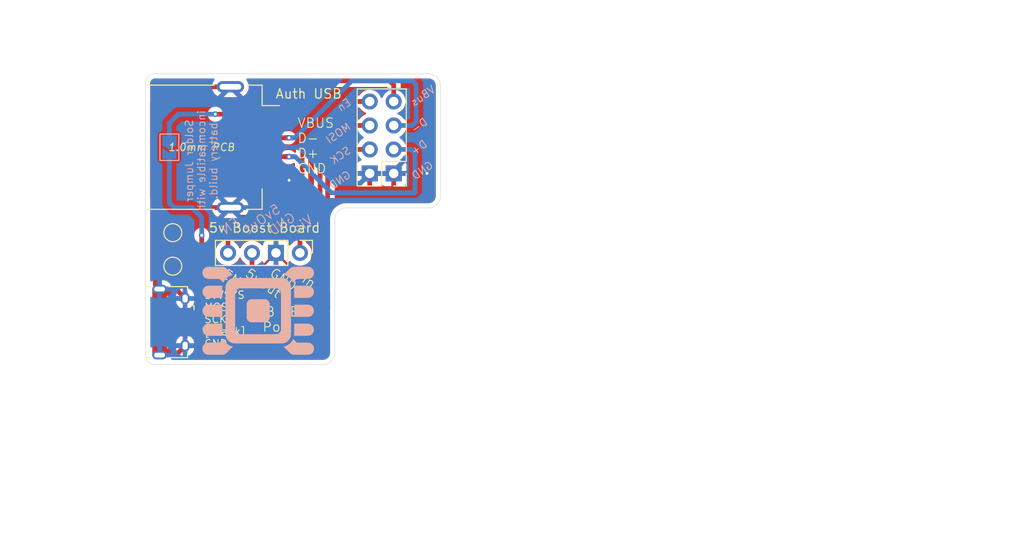
<source format=kicad_pcb>
(kicad_pcb (version 20240108) (generator "pcbnew") (generator_version "8.0")
  (layers (0 "F.Cu" signal) (31 "B.Cu" signal) (34 "B.Paste" user) (35 "F.Paste" user) (36 "B.SilkS" user "B.Silkscreen") (37 "F.SilkS" user "F.Silkscreen") (38 "B.Mask" user) (39 "F.Mask" user) (44 "Edge.Cuts" user))
  (net 0 "")
  (net 1 "GND")
  (net 2 "D+")
  (net 3 "D-")
  (net 4 "VBUS")
  (net 5 "5V")
  (net 6 "EN")
  (net 7 "MOSI")
  (net 8 "SCK")
  (footprint "CustomFootprints:USB_A_Receptacle_GCT_USB1046_Model" (layer "F.Cu") (at 142.875 93.725 -90)
    (property "Reference" "Auth1" (hide yes))
    (property "Value" "USB_A")
    (fp_line (start -6.58 -1.84) (end -6.58 5.25) (stroke (width 0.12)) (layer "F.SilkS"))
    (fp_line (start 6.58 -1.84) (end 6.58 5.25) (stroke (width 0.12)) (layer "F.SilkS"))
    (fp_line (start -6.58 -6.91) (end -6.58 -5.26) (stroke (width 0.12)) (layer "F.SilkS"))
    (fp_line (start -4.41 -6.91) (end -6.58 -6.91) (stroke (width 0.12)) (layer "F.SilkS"))
    (fp_line (start -4.41 -6.91) (end -4.41 -8.75) (stroke (width 0.12)) (layer "F.SilkS"))
    (fp_line (start 4.41 -6.91) (end 6.58 -6.91) (stroke (width 0.12)) (layer "F.SilkS"))
    (fp_line (start 6.58 -6.91) (end 6.58 -5.26) (stroke (width 0.12)) (layer "F.SilkS"))
    (pad "1" smd roundrect (at -3.5 -7.25 270) (size 1.3 3) (layers "F.Cu" "F.Paste" "F.Mask") (net 4 "VBUS"))
    (pad "2" smd roundrect (at -1 -7.25 270) (size 1.3 3) (layers "F.Cu" "F.Paste" "F.Mask") (net 3 "D-"))
    (pad "3" smd roundrect (at 1 -7.25 270) (size 1.3 3) (layers "F.Cu" "F.Paste" "F.Mask") (net 2 "D+"))
    (pad "4" smd roundrect (at 3.5 -7.25 270) (size 1.3 3) (layers "F.Cu" "F.Paste" "F.Mask") (net 1 "GND"))
    (pad "5" thru_hole oval (at -6.4 -3.55 270) (size 1.2 2.9) (drill oval 0.6 2.3) (layers "*.Cu" "*.Mask") (net 1 "GND"))
    (pad "5" thru_hole oval (at 6.4 -3.55 270) (size 1.2 2.9) (drill oval 0.6 2.3) (layers "*.Cu" "*.Mask") (net 1 "GND"))
  )
  (footprint "TestPoint:TestPoint_Pad_D1.5mm" (layer "F.Cu") (at 140.325 106.325 180)
    (property "Reference" "TP1" (hide yes))
    (property "Value" "TestPoint")
    (fp_circle (center 0 0) (end 0 0.95) (stroke (width 0.12)) (fill none) (layer "F.SilkS"))
    (pad "1" smd circle (at 0 0 180) (size 1.5 1.5) (property pad_prop_testpoint) (layers "F.Cu" "F.Mask") (net 5 "5V"))
  )
  (footprint "Connector_PinHeader_2.54mm:PinHeader_1x04_P2.54mm_Vertical" (layer "F.Cu") (at 153.79 104.92 -90)
    (property "Reference" "J2" (hide yes))
    (property "Value" "Conn_01x04_Pin")
    (fp_line (start -1.33 8.95) (end 1.33 8.95) (stroke (width 0.12)) (layer "F.SilkS"))
    (fp_line (start -1.33 1.27) (end -1.33 8.95) (stroke (width 0.12)) (layer "F.SilkS"))
    (fp_line (start -1.33 1.27) (end 1.33 1.27) (stroke (width 0.12)) (layer "F.SilkS"))
    (fp_line (start 1.33 1.27) (end 1.33 8.95) (stroke (width 0.12)) (layer "F.SilkS"))
    (fp_line (start -1.33 0) (end -1.33 -1.33) (stroke (width 0.12)) (layer "F.SilkS"))
    (fp_line (start -1.33 -1.33) (end 0 -1.33) (stroke (width 0.12)) (layer "F.SilkS"))
    (pad "1" thru_hole circle (at 0 0 270) (size 1.7 1.7) (drill 1) (layers "*.Cu" "*.Mask") (net 6 "EN"))
    (pad "2" thru_hole rect (at 0 2.54 270) (size 1.7 1.7) (drill 1) (layers "*.Cu" "*.Mask") (net 1 "GND"))
    (pad "3" thru_hole oval (at 0 5.08 270) (size 1.7 1.7) (drill 1) (layers "*.Cu" "*.Mask") (net 5 "5V"))
    (pad "4" thru_hole oval (at 0 7.62 270) (size 1.7 1.7) (drill 1) (layers "*.Cu" "*.Mask") (net 6 "EN"))
  )
  (footprint "TestPoint:TestPoint_Pad_D1.5mm" (layer "F.Cu") (at 140.325 102.775 180)
    (property "Reference" "TP2" (hide yes))
    (property "Value" "TestPoint")
    (fp_circle (center 0 0) (end 0 0.95) (stroke (width 0.12)) (fill none) (layer "F.SilkS"))
    (pad "1" smd circle (at 0 0 180) (size 1.5 1.5) (property pad_prop_testpoint) (layers "F.Cu" "F.Mask") (net 1 "GND"))
  )
  (footprint "CustomFootprints:USB_Micro-B_Amphenol_10118194-0001LF_Horizontal_Model" (layer "F.Cu") (at 140.225 112.25 -90)
    (property "Reference" "LED1" (hide yes))
    (property "Value" "USB_B_Micro")
    (fp_line (start -3.76 2.69) (end -3.76 2.29) (stroke (width 0.12)) (layer "F.SilkS"))
    (fp_line (start 3.76 2.29) (end 3.76 2.69) (stroke (width 0.12)) (layer "F.SilkS"))
    (fp_line (start -3.76 0.32) (end -3.76 -1.66) (stroke (width 0.12)) (layer "F.SilkS"))
    (fp_line (start 3.76 0.32) (end 3.76 -1.66) (stroke (width 0.12)) (layer "F.SilkS"))
    (fp_line (start -3.76 -1.66) (end -3.34 -1.66) (stroke (width 0.12)) (layer "F.SilkS"))
    (fp_line (start 3.76 -1.66) (end 3.34 -1.66) (stroke (width 0.12)) (layer "F.SilkS"))
    (fp_line (start -1.76 -1.89) (end -1.76 -2.34) (stroke (width 0.12)) (layer "F.SilkS"))
    (fp_line (start -1.31 -2.34) (end -1.76 -2.34) (stroke (width 0.12)) (layer "F.SilkS"))
    (pad "1" smd roundrect (at -1.3 -1.4 270) (size 0.4 1.35) (layers "F.Cu" "F.Paste" "F.Mask") (net 5 "5V"))
    (pad "2" smd roundrect (at -0.65 -1.4 270) (size 0.4 1.35) (layers "F.Cu" "F.Paste" "F.Mask") (net 7 "MOSI"))
    (pad "3" smd roundrect (at 0 -1.4 270) (size 0.4 1.35) (layers "F.Cu" "F.Paste" "F.Mask") (net 8 "SCK"))
    (pad "4" smd roundrect (at 0.65 -1.4 270) (size 0.4 1.35) (layers "F.Cu" "F.Paste" "F.Mask"))
    (pad "5" smd roundrect (at 1.3 -1.4 270) (size 0.4 1.35) (layers "F.Cu" "F.Paste" "F.Mask") (net 1 "GND"))
    (pad "6" thru_hole oval (at -3.5 1.3 270) (size 0.89 1.55) (drill oval 0.5 1.15) (layers "*.Cu" "*.Mask") (net 1 "GND"))
    (pad "6" smd roundrect (at -3.025 1.3 270) (size 1.45 1.55) (layers "F.Cu" "F.Paste" "F.Mask") (roundrect_rratio 0.1724137931) (net 1 "GND"))
    (pad "6" thru_hole oval (at -2.5 -1.4 270) (size 1.25 0.95) (drill oval 0.85 0.55) (layers "*.Cu" "*.Mask") (net 1 "GND"))
    (pad "6" smd roundrect (at -1 1.3 270) (size 1.5 1.55) (layers "F.Cu" "F.Paste" "F.Mask") (roundrect_rratio 0.1666666667) (net 1 "GND"))
    (pad "6" smd roundrect (at 1 1.3 270) (size 1.5 1.55) (layers "F.Cu" "F.Paste" "F.Mask") (roundrect_rratio 0.1666666667) (net 1 "GND"))
    (pad "6" thru_hole oval (at 2.5 -1.4 270) (size 1.25 0.95) (drill oval 0.85 0.55) (layers "*.Cu" "*.Mask") (net 1 "GND"))
    (pad "6" smd roundrect (at 3.025 1.3 270) (size 1.45 1.55) (layers "F.Cu" "F.Paste" "F.Mask") (roundrect_rratio 0.1724137931) (net 1 "GND"))
    (pad "6" thru_hole oval (at 3.5 1.3 270) (size 0.89 1.55) (drill oval 0.5 1.15) (layers "*.Cu" "*.Mask") (net 1 "GND"))
  )
  (footprint "CustomFootprints:PinHeader_2x04_P2.54mm_Vertical_Inverted" (layer "F.Cu") (at 163.725 96.5 180)
    (property "Reference" "J1" (hide yes))
    (property "Value" "Conn_02x04_Pin")
    (fp_line (start 3.87 -1.33) (end 3.87 8.95) (stroke (width 0.12)) (layer "F.SilkS"))
    (fp_line (start 1.27 1.27) (end 1.27 -1.33) (stroke (width 0.12)) (layer "F.SilkS"))
    (fp_line (start 1.27 -1.33) (end 3.87 -1.33) (stroke (width 0.12)) (layer "F.SilkS"))
    (fp_line (start -1.33 8.95) (end 3.87 8.95) (stroke (width 0.12)) (layer "F.SilkS"))
    (fp_line (start -1.33 1.27) (end 1.27 1.27) (stroke (width 0.12)) (layer "F.SilkS"))
    (fp_line (start -1.33 1.27) (end -1.33 8.95) (stroke (width 0.12)) (layer "F.SilkS"))
    (fp_line (start -1.33 0) (end -1.33 -1.33) (stroke (width 0.12)) (layer "F.SilkS"))
    (fp_line (start -1.33 -1.33) (end 0 -1.33) (stroke (width 0.12)) (layer "F.SilkS"))
    (pad "1" thru_hole rect (at 0 0 180) (size 1.7 1.7) (drill 1) (layers "*.Cu" "*.Mask") (net 1 "GND"))
    (pad "2" thru_hole oval (at 0 2.54 180) (size 1.7 1.7) (drill 1) (layers "*.Cu" "*.Mask") (net 2 "D+"))
    (pad "3" thru_hole oval (at 0 5.08 180) (size 1.7 1.7) (drill 1) (layers "*.Cu" "*.Mask") (net 3 "D-"))
    (pad "4" thru_hole oval (at 0 7.62 180) (size 1.7 1.7) (drill 1) (layers "*.Cu" "*.Mask") (net 4 "VBUS"))
    (pad "5" thru_hole rect (at 2.54 0 180) (size 1.7 1.7) (drill 1) (layers "*.Cu" "*.Mask") (net 1 "GND"))
    (pad "6" thru_hole oval (at 2.54 2.54 180) (size 1.7 1.7) (drill 1) (layers "*.Cu" "*.Mask") (net 8 "SCK"))
    (pad "7" thru_hole oval (at 2.54 5.08 180) (size 1.7 1.7) (drill 1) (layers "*.Cu" "*.Mask") (net 7 "MOSI"))
    (pad "8" thru_hole oval (at 2.54 7.62 180) (size 1.7 1.7) (drill 1) (layers "*.Cu" "*.Mask") (net 6 "EN"))
  )
  (footprint "Jumper:SolderJumper-2_P1.3mm_Open_TrianglePad1.0x1.5mm" (layer "B.Cu") (at 139.96 93.725 -90)
    (property "Reference" "JP1" (hide yes))
    (property "Value" "Jumper_2_Small_Open")
    (fp_line (start -1.4 1) (end -1.4 -1) (stroke (width 0.12)) (layer "B.SilkS"))
    (fp_line (start 1.4 1) (end -1.4 1) (stroke (width 0.12)) (layer "B.SilkS"))
    (fp_line (start -1.4 -1) (end 1.4 -1) (stroke (width 0.12)) (layer "B.SilkS"))
    (fp_line (start 1.4 -1) (end 1.4 1) (stroke (width 0.12)) (layer "B.SilkS"))
    (pad "1" smd custom (at -0.725 0 270) (size 0.3 0.3) (layers "B.Cu" "B.Mask") (net 4 "VBUS") (options (clearance outline) (anchor rect)) (primitives (gr_poly (pts (xy 1 0) (xy 0.5 -0.75) (xy -0.5 -0.75) (xy -0.5 0.75) (xy 0.5 0.75)) (width 0) (fill yes))))
    (pad "2" smd custom (at 0.725 0 270) (size 0.3 0.3) (layers "B.Cu" "B.Mask") (net 5 "5V") (options (clearance outline) (anchor rect)) (primitives (gr_poly (pts (xy 0.5 -0.75) (xy -0.65 -0.75) (xy -0.15 0) (xy -0.65 0.75) (xy 0.5 0.75)) (width 0) (fill yes))))
  )
  (footprint "LOGO" (layer "B.Cu") (at 149.37 111.05 180)
    (property "Reference" "G***" (hide yes))
    (property "Value" "LOGO" (hide yes))
    (fp_poly (pts (xy 0.849919 1.198831) (xy 0.949179 1.151272) (xy 1.033943 1.09139) (xy 1.104403 1.018987) (xy 1.160753 0.933868) (xy 1.201999 0.839289) (xy 1.223809 0.776191) (xy 1.223809 0) (xy 1.223809 -0.77619) (xy 1.201999 -0.839288) (xy 1.159111 -0.936889) (xy 1.102298 -1.021585) (xy 1.031367 -1.09357) (xy 0.946127 -1.153041) (xy 0.849919 -1.19883) (xy 0.785714 -1.223809) (xy 0.023809 -1.225309) (xy -0.095924 -1.225447) (xy -0.210819 -1.225392) (xy -0.319351 -1.225155) (xy -0.42 -1.224748) (xy -0.511244 -1.224183) (xy -0.591559 -1.223473) (xy -0.659425 -1.222628) (xy -0.713318 -1.221662) (xy -0.751718 -1.220586) (xy -0.773101 -1.219412) (xy -0.776191 -1.219) (xy -0.874075 -1.189518) (xy -0.963646 -1.143635) (xy -1.043309 -1.082774) (xy -1.111468 -1.008358) (xy -1.166526 -0.92181) (xy -1.202 -0.839288) (xy -1.22381 -0.77619) (xy -1.22381 0) (xy -1.22381 0.776191) (xy -1.202 0.839289) (xy -1.159112 0.93689) (xy -1.102299 1.021586) (xy -1.031368 1.093571) (xy -0.946128 1.153042) (xy -0.84992 1.198831) (xy -0.785715 1.22381) (xy 0 1.22381) (xy 0.785714 1.22381)) (fill solid) (layer "B.SilkS"))
    (fp_poly (pts (xy -3.809524 0) (xy -3.809524 -0.647619) (xy -4.569048 -0.646842) (xy -4.711865 -0.646647) (xy -4.836904 -0.646357) (xy -4.945435 -0.64595) (xy -5.038727 -0.645402) (xy -5.118049 -0.644692) (xy -5.18467 -0.643795) (xy -5.239862 -0.64269) (xy -5.284891 -0.641353) (xy -5.32103 -0.639762) (xy -5.349546 -0.637894) (xy -5.371709 -0.635725) (xy -5.388788 -0.633234) (xy -5.395239 -0.631983) (xy -5.487042 -0.603989) (xy -5.576958 -0.560473) (xy -5.660386 -0.504337) (xy -5.732725 -0.438481) (xy -5.767545 -0.397294) (xy -5.827114 -0.303737) (xy -5.869732 -0.20385) (xy -5.895157 -0.099744) (xy -5.903152 0.006474) (xy -5.893476 0.112693) (xy -5.86589 0.216804) (xy -5.843451 0.271429) (xy -5.788705 0.368054) (xy -5.720615 0.451162) (xy -5.63879 0.521151) (xy -5.542835 0.578419) (xy -5.538096 0.580744) (xy -5.514113 0.592341) (xy -5.492015 0.602513) (xy -5.470441 0.611354) (xy -5.448029 0.618957) (xy -5.423415 0.625415) (xy -5.395239 0.630822) (xy -5.362137 0.635272) (xy -5.322748 0.638857) (xy -5.275708 0.641671) (xy -5.219657 0.643807) (xy -5.153232 0.645359) (xy -5.07507 0.646419) (xy -4.983809 0.647083) (xy -4.878088 0.647441) (xy -4.756543 0.647589) (xy -4.617813 0.647619) (xy -4.562307 0.64762) (xy -3.809524 0.64762)) (fill solid) (layer "B.SilkS"))
    (fp_poly (pts (xy 4.703356 0.64761) (xy 4.831477 0.647518) (xy 4.943265 0.647252) (xy 5.040077 0.646719) (xy 5.12327 0.645827) (xy 5.1942 0.644483) (xy 5.254225 0.642594) (xy 5.304703 0.640068) (xy 5.346989 0.636813) (xy 5.382442 0.632735) (xy 5.412419 0.627743) (xy 5.438275 0.621744) (xy 5.46137 0.614644) (xy 5.483059 0.606352) (xy 5.5047 0.596776) (xy 5.527649 0.585821) (xy 5.538095 0.580744) (xy 5.634286 0.524604) (xy 5.71542 0.456973) (xy 5.767544 0.397295) (xy 5.827589 0.303047) (xy 5.870189 0.203095) (xy 5.895342 0.099377) (xy 5.903048 -0.006167) (xy 5.893308 -0.111598) (xy 5.866121 -0.214977) (xy 5.821488 -0.314364) (xy 5.767544 -0.397294) (xy 5.697706 -0.473896) (xy 5.613067 -0.538805) (xy 5.538095 -0.580743) (xy 5.514182 -0.592308) (xy 5.492152 -0.602457) (xy 5.470649 -0.611282) (xy 5.448316 -0.618875) (xy 5.423795 -0.625329) (xy 5.395729 -0.630737) (xy 5.362761 -0.635191) (xy 5.323535 -0.638783) (xy 5.276692 -0.641606) (xy 5.220877 -0.643753) (xy 5.154731 -0.645317) (xy 5.076898 -0.646389) (xy 4.98602 -0.647063) (xy 4.880741 -0.647431) (xy 4.759703 -0.647585) (xy 4.62155 -0.647618) (xy 4.557544 -0.647619) (xy 3.799999 -0.647619) (xy 3.799999 0) (xy 3.799999 0.64762) (xy 4.557544 0.64762)) (fill solid) (layer "B.SilkS"))
    (fp_poly (pts (xy -3.809457 -1.945238) (xy -3.809346 -2.050999) (xy -3.80905 -2.152696) (xy -3.808587 -2.248451) (xy -3.807975 -2.336387) (xy -3.807231 -2.414626) (xy -3.806374 -2.481292) (xy -3.80542 -2.534507) (xy -3.804389 -2.572394) (xy -3.803318 -2.592857) (xy -3.797246 -2.657142) (xy -4.562909 -2.656366) (xy -4.7063 -2.656172) (xy -4.831906 -2.655884) (xy -4.940994 -2.655481) (xy -5.034825 -2.654939) (xy -5.114664 -2.654236) (xy -5.181774 -2.65335) (xy -5.237421 -2.652257) (xy -5.282866 -2.650935) (xy -5.319375 -2.649362) (xy -5.348211 -2.647515) (xy -5.370638 -2.645372) (xy -5.38792 -2.64291) (xy -5.395239 -2.641507) (xy -5.487042 -2.613512) (xy -5.576958 -2.569997) (xy -5.660386 -2.513861) (xy -5.732725 -2.448005) (xy -5.767545 -2.406817) (xy -5.82759 -2.31257) (xy -5.87019 -2.212618) (xy -5.895343 -2.1089) (xy -5.903049 -2.003356) (xy -5.893309 -1.897925) (xy -5.866122 -1.794546) (xy -5.821489 -1.695159) (xy -5.767545 -1.612229) (xy -5.697707 -1.535626) (xy -5.613068 -1.470717) (xy -5.538096 -1.42878) (xy -5.514113 -1.417183) (xy -5.492015 -1.407011) (xy -5.470441 -1.39817) (xy -5.448029 -1.390567) (xy -5.423415 -1.384109) (xy -5.395239 -1.378701) (xy -5.362137 -1.374252) (xy -5.322748 -1.370667) (xy -5.275708 -1.367853) (xy -5.219657 -1.365717) (xy -5.153232 -1.364165) (xy -5.07507 -1.363104) (xy -4.983809 -1.362441) (xy -4.878088 -1.362082) (xy -4.756543 -1.361935) (xy -4.617813 -1.361904) (xy -4.562307 -1.361904) (xy -3.809524 -1.361904)) (fill solid) (layer "B.SilkS"))
    (fp_poly (pts (xy -3.803406 2.598603) (xy -3.804498 2.578698) (xy -3.805527 2.541588) (xy -3.806477 2.489116) (xy -3.807329 2.423126) (xy -3.808067 2.345461) (xy -3.808673 2.257964) (xy -3.809129 2.162477) (xy -3.809419 2.060844) (xy -3.809524 1.954908) (xy -3.809524 1.950984) (xy -3.809524 1.361905) (xy -4.569048 1.362682) (xy -4.711865 1.362877) (xy -4.836904 1.363167) (xy -4.945435 1.363574) (xy -5.038727 1.364121) (xy -5.118049 1.364832) (xy -5.18467 1.365728) (xy -5.239862 1.366834) (xy -5.284891 1.36817) (xy -5.32103 1.369762) (xy -5.349546 1.37163) (xy -5.371709 1.373799) (xy -5.388788 1.37629) (xy -5.395239 1.377541) (xy -5.487042 1.405535) (xy -5.576958 1.449051) (xy -5.660386 1.505187) (xy -5.732725 1.571043) (xy -5.767545 1.61223) (xy -5.82759 1.706478) (xy -5.87019 1.80643) (xy -5.895343 1.910148) (xy -5.903049 2.015692) (xy -5.893309 2.121123) (xy -5.866122 2.224501) (xy -5.821489 2.323889) (xy -5.767545 2.406818) (xy -5.697707 2.483421) (xy -5.613068 2.54833) (xy -5.538096 2.590268) (xy -5.514202 2.601824) (xy -5.492192 2.611967) (xy -5.470709 2.620787) (xy -5.448398 2.628377) (xy -5.423903 2.63483) (xy -5.395869 2.640238) (xy -5.362939 2.644693) (xy -5.323759 2.648287) (xy -5.276972 2.651113) (xy -5.221223 2.653263) (xy -5.155157 2.65483) (xy -5.077416 2.655906) (xy -4.986647 2.656583) (xy -4.881493 2.656953) (xy -4.760599 2.657109) (xy -4.622609 2.657143) (xy -4.556188 2.657143) (xy -3.797287 2.657143)) (fill solid) (layer "B.SilkS"))
    (fp_poly (pts (xy 4.703356 -1.361914) (xy 4.831477 -1.362006) (xy 4.943265 -1.362272) (xy 5.040077 -1.362805) (xy 5.12327 -1.363697) (xy 5.1942 -1.365041) (xy 5.254225 -1.36693) (xy 5.304703 -1.369456) (xy 5.346989 -1.372711) (xy 5.382442 -1.376788) (xy 5.412419 -1.381781) (xy 5.438275 -1.38778) (xy 5.46137 -1.39488) (xy 5.483059 -1.403171) (xy 5.5047 -1.412748) (xy 5.527649 -1.423702) (xy 5.538095 -1.42878) (xy 5.634706 -1.485475) (xy 5.71717 -1.554873) (xy 5.78588 -1.637371) (xy 5.841229 -1.733368) (xy 5.84345 -1.738095) (xy 5.880811 -1.840189) (xy 5.900133 -1.945532) (xy 5.901655 -2.052012) (xy 5.885617 -2.157521) (xy 5.852257 -2.25995) (xy 5.801816 -2.357188) (xy 5.767544 -2.406817) (xy 5.697706 -2.48342) (xy 5.613067 -2.548329) (xy 5.538095 -2.590267) (xy 5.514271 -2.601793) (xy 5.492328 -2.611912) (xy 5.470916 -2.620716) (xy 5.448683 -2.628296) (xy 5.42428 -2.634745) (xy 5.396355 -2.640152) (xy 5.363559 -2.644611) (xy 5.32454 -2.648213) (xy 5.277948 -2.651048) (xy 5.222432 -2.65321) (xy 5.156642 -2.654788) (xy 5.079228 -2.655875) (xy 4.988838 -2.656563) (xy 4.884122 -2.656942) (xy 4.76373 -2.657105) (xy 4.626311 -2.657142) (xy 4.551405 -2.657142) (xy 3.787721 -2.657142) (xy 3.793793 -2.592857) (xy 3.794884 -2.571835) (xy 3.795914 -2.533644) (xy 3.796866 -2.480159) (xy 3.797721 -2.413259) (xy 3.798463 -2.33482) (xy 3.799072 -2.246721) (xy 3.799532 -2.150837) (xy 3.799825 -2.049047) (xy 3.799932 -1.945238) (xy 3.799999 -1.361904) (xy 4.557544 -1.361904)) (fill solid) (layer "B.SilkS"))
    (fp_poly (pts (xy 4.697791 2.657134) (xy 4.826459 2.657045) (xy 4.938781 2.656785) (xy 5.036107 2.656262) (xy 5.119788 2.655384) (xy 5.191174 2.654061) (xy 5.251616 2.6522) (xy 5.302465 2.64971) (xy 5.345071 2.6465) (xy 5.380784 2.642478) (xy 5.410956 2.637552) (xy 5.436937 2.631631) (xy 5.460078 2.624623) (xy 5.481728 2.616437) (xy 5.50324 2.606981) (xy 5.525962 2.596164) (xy 5.538095 2.590268) (xy 5.634286 2.534127) (xy 5.71542 2.466497) (xy 5.767544 2.406818) (xy 5.827589 2.312571) (xy 5.870189 2.212619) (xy 5.895342 2.108901) (xy 5.903048 2.003357) (xy 5.893308 1.897926) (xy 5.866121 1.794547) (xy 5.821488 1.69516) (xy 5.767544 1.61223) (xy 5.697706 1.535627) (xy 5.613067 1.470718) (xy 5.538095 1.428781) (xy 5.514182 1.417215) (xy 5.492152 1.407066) (xy 5.470649 1.398242) (xy 5.448316 1.390649) (xy 5.423795 1.384194) (xy 5.395729 1.378787) (xy 5.362761 1.374333) (xy 5.323535 1.370741) (xy 5.276692 1.367918) (xy 5.220877 1.36577) (xy 5.154731 1.364207) (xy 5.076898 1.363134) (xy 4.98602 1.362461) (xy 4.880741 1.362093) (xy 4.759703 1.361939) (xy 4.62155 1.361905) (xy 4.557544 1.361905) (xy 3.799999 1.361905) (xy 3.799999 1.950984) (xy 3.799901 2.057043) (xy 3.799618 2.158865) (xy 3.799167 2.254608) (xy 3.798567 2.34243) (xy 3.797833 2.420486) (xy 3.796985 2.486935) (xy 3.796038 2.539932) (xy 3.795011 2.577635) (xy 3.793922 2.598201) (xy 3.793881 2.598603) (xy 3.787762 2.657143) (xy 4.551425 2.657143)) (fill solid) (layer "B.SilkS"))
    (fp_poly (pts (xy 4.989171 4.665544) (xy 5.071143 4.665331) (xy 5.140522 4.664904) (xy 5.198596 4.664245) (xy 5.246657 4.663336) (xy 5.285995 4.662158) (xy 5.3179 4.660693) (xy 5.343664 4.658922) (xy 5.364576 4.656827) (xy 5.381928 4.654389) (xy 5.395086 4.651984) (xy 5.498832 4.621655) (xy 5.594751 4.575087) (xy 5.681156 4.513958) (xy 5.756361 4.439945) (xy 5.818679 4.354724) (xy 5.866425 4.259975) (xy 5.897912 4.157374) (xy 5.89937 4.150402) (xy 5.912651 4.039563) (xy 5.907032 3.93103) (xy 5.882541 3.825021) (xy 5.84741 3.738096) (xy 5.790714 3.641485) (xy 5.721317 3.559021) (xy 5.638818 3.490311) (xy 5.542821 3.434962) (xy 5.538095 3.43274) (xy 5.512745 3.421134) (xy 5.489038 3.411093) (xy 5.465442 3.402504) (xy 5.440422 3.395253) (xy 5.412442 3.389227) (xy 5.37997 3.384313) (xy 5.341471 3.380397) (xy 5.295411 3.377367) (xy 5.240255 3.375109) (xy 5.17447 3.37351) (xy 5.09652 3.372456) (xy 5.004873 3.371835) (xy 4.897993 3.371532) (xy 4.774347 3.371436) (xy 4.707627 3.371429) (xy 4.090642 3.371429) (xy 3.895321 3.176301) (xy 3.699999 2.981172) (xy 3.664838 3.055803) (xy 3.606054 3.163427) (xy 3.532236 3.270755) (xy 3.446938 3.373348) (xy 3.353719 3.466772) (xy 3.295403 3.516627) (xy 3.166403 3.607706) (xy 3.027299 3.682766) (xy 2.878854 3.741431) (xy 2.781126 3.769742) (xy 2.676111 3.796131) (xy 3.04996 4.167224) (xy 3.136196 4.252717) (xy 3.210355 4.325846) (xy 3.273812 4.387735) (xy 3.327941 4.439506) (xy 3.374117 4.482282) (xy 3.413714 4.517185) (xy 3.448108 4.545339) (xy 3.478672 4.567866) (xy 3.506781 4.585889) (xy 3.533809 4.600531) (xy 3.561132 4.612914) (xy 3.590123 4.624161) (xy 3.622157 4.635395) (xy 3.623809 4.635958) (xy 3.699999 4.661905) (xy 4.509523 4.664631) (xy 4.65478 4.665087) (xy 4.782279 4.665404) (xy 4.893313 4.665563)) (fill solid) (layer "B.SilkS"))
    (fp_poly (pts (xy 3.894134 -3.175088) (xy 4.090642 -3.371428) (xy 4.707627 -3.371428) (xy 4.840223 -3.37146) (xy 4.955309 -3.371639) (xy 5.05442 -3.372087) (xy 5.139095 -3.372925) (xy 5.210869 -3.374277) (xy 5.271279 -3.376265) (xy 5.321862 -3.379011) (xy 5.364155 -3.382637) (xy 5.399695 -3.387266) (xy 5.430018 -3.393021) (xy 5.456662 -3.400023) (xy 5.481162 -3.408395) (xy 5.505056 -3.418259) (xy 5.529881 -3.429737) (xy 5.547619 -3.438304) (xy 5.643809 -3.494444) (xy 5.724944 -3.562075) (xy 5.777068 -3.621753) (xy 5.837113 -3.716) (xy 5.879713 -3.815953) (xy 5.904865 -3.91967) (xy 5.912572 -4.025215) (xy 5.902832 -4.130646) (xy 5.875645 -4.234024) (xy 5.831012 -4.333411) (xy 5.777068 -4.416341) (xy 5.70723 -4.492944) (xy 5.622591 -4.557853) (xy 5.547619 -4.59979) (xy 5.524121 -4.611174) (xy 5.502508 -4.621188) (xy 5.481455 -4.629918) (xy 5.459635 -4.637451) (xy 5.435725 -4.643874) (xy 5.408398 -4.649273) (xy 5.376329 -4.653735) (xy 5.338193 -4.657347) (xy 5.292665 -4.660195) (xy 5.23842 -4.662366) (xy 5.174131 -4.663946) (xy 5.098474 -4.665023) (xy 5.010124 -4.665682) (xy 4.907755 -4.66601) (xy 4.790042 -4.666095) (xy 4.65566 -4.666022) (xy 4.536115 -4.665909) (xy 4.38693 -4.665703) (xy 4.255686 -4.665377) (xy 4.14128 -4.664914) (xy 4.042607 -4.664296) (xy 3.958562 -4.663507) (xy 3.888039 -4.662527) (xy 3.829934 -4.661341) (xy 3.783141 -4.659931) (xy 3.746557 -4.658278) (xy 3.719076 -4.656367) (xy 3.699593 -4.654178) (xy 3.690476 -4.652551) (xy 3.650609 -4.643312) (xy 3.614487 -4.633502) (xy 3.580725 -4.622067) (xy 3.547936 -4.607953) (xy 3.514737 -4.590105) (xy 3.479743 -4.567469) (xy 3.441567 -4.53899) (xy 3.398826 -4.503613) (xy 3.350134 -4.460284) (xy 3.294106 -4.407949) (xy 3.229358 -4.345554) (xy 3.154504 -4.272042) (xy 3.068159 -4.186361) (xy 3.035671 -4.154003) (xy 2.66658 -3.786184) (xy 2.740604 -3.770259) (xy 2.870286 -3.735123) (xy 2.999184 -3.686507) (xy 3.043529 -3.666345) (xy 3.16555 -3.598558) (xy 3.282912 -3.514845) (xy 3.392864 -3.417939) (xy 3.492654 -3.310575) (xy 3.579529 -3.195487) (xy 3.650738 -3.07541) (xy 3.662894 -3.050961) (xy 3.697627 -2.978747)) (fill solid) (layer "B.SilkS"))
    (fp_poly (pts (xy -4.776505 4.665453) (xy -4.641449 4.665068) (xy -4.509524 4.664631) (xy -3.700001 4.661905) (xy -3.62381 4.635958) (xy -3.5916 4.624699) (xy -3.5625 4.613481) (xy -3.535133 4.601183) (xy -3.508128 4.586681) (xy -3.480109 4.568853) (xy -3.449702 4.546578) (xy -3.415534 4.518731) (xy -3.376231 4.484192) (xy -3.330417 4.441837) (xy -3.27672 4.390544) (xy -3.213765 4.329191) (xy -3.140179 4.256655) (xy -3.054586 4.171814) (xy -3.049786 4.16705) (xy -2.675762 3.795782) (xy -2.749958 3.779821) (xy -2.880305 3.744486) (xy -3.009735 3.695588) (xy -3.053054 3.67587) (xy -3.174455 3.608452) (xy -3.291345 3.525186) (xy -3.400953 3.428826) (xy -3.500506 3.322121) (xy -3.587234 3.207823) (xy -3.658364 3.088683) (xy -3.671888 3.061588) (xy -3.687742 3.029046) (xy -3.700166 3.004331) (xy -3.707132 2.991449) (xy -3.707897 2.990477) (xy -3.714818 2.996938) (xy -3.733474 3.01519) (xy -3.76215 3.043532) (xy -3.799133 3.080266) (xy -3.84271 3.123693) (xy -3.891167 3.172113) (xy -3.900001 3.180953) (xy -4.090298 3.371429) (xy -4.707456 3.371429) (xy -4.839836 3.371467) (xy -4.954703 3.371655) (xy -5.05359 3.372106) (xy -5.138031 3.372935) (xy -5.20956 3.374254) (xy -5.269712 3.376176) (xy -5.32002 3.378815) (xy -5.362017 3.382283) (xy -5.397239 3.386695) (xy -5.427219 3.392163) (xy -5.453491 3.3988) (xy -5.477588 3.40672) (xy -5.501045 3.416036) (xy -5.525396 3.426862) (xy -5.538096 3.43274) (xy -5.634721 3.487487) (xy -5.717829 3.555576) (xy -5.787818 3.637402) (xy -5.845086 3.733356) (xy -5.847411 3.738096) (xy -5.887413 3.841397) (xy -5.908943 3.947604) (xy -5.912002 4.054972) (xy -5.89659 4.161756) (xy -5.862706 4.266213) (xy -5.847411 4.300001) (xy -5.790738 4.396586) (xy -5.721372 4.479023) (xy -5.638876 4.54774) (xy -5.542814 4.603169) (xy -5.537944 4.605461) (xy -5.515363 4.615919) (xy -5.494399 4.62513) (xy -5.47375 4.633168) (xy -5.452112 4.640109) (xy -5.428185 4.646027) (xy -5.400666 4.650998) (xy -5.368253 4.655096) (xy -5.329644 4.658396) (xy -5.283536 4.660973) (xy -5.228628 4.662903) (xy -5.163618 4.664259) (xy -5.087202 4.665118) (xy -4.998079 4.665553) (xy -4.894948 4.66564)) (fill solid) (layer "B.SilkS"))
    (fp_poly (pts (xy -3.685285 -3.027208) (xy -3.665438 -3.065626) (xy -3.640549 -3.110511) (xy -3.613299 -3.157123) (xy -3.586374 -3.200718) (xy -3.568265 -3.228205) (xy -3.526658 -3.282829) (xy -3.473324 -3.343612) (xy -3.412529 -3.406364) (xy -3.34854 -3.466896) (xy -3.285622 -3.521019) (xy -3.228041 -3.564545) (xy -3.220664 -3.569544) (xy -3.110716 -3.635499) (xy -2.994262 -3.691992) (xy -2.876366 -3.736891) (xy -2.762089 -3.768063) (xy -2.737785 -3.772895) (xy -2.706523 -3.779489) (xy -2.684354 -3.785755) (xy -2.676191 -3.790226) (xy -2.682759 -3.797862) (xy -2.701649 -3.817661) (xy -2.731642 -3.848394) (xy -2.771516 -3.888829) (xy -2.820053 -3.937736) (xy -2.876032 -3.993885) (xy -2.938233 -4.056044) (xy -3.005435 -4.122983) (xy -3.050001 -4.167262) (xy -3.136232 -4.252751) (xy -3.210387 -4.325876) (xy -3.27384 -4.387761) (xy -3.327966 -4.439528) (xy -3.374139 -4.482301) (xy -3.413735 -4.517201) (xy -3.448126 -4.545352) (xy -3.478689 -4.567877) (xy -3.506798 -4.585898) (xy -3.533827 -4.600539) (xy -3.561152 -4.612921) (xy -3.590146 -4.624169) (xy -3.622185 -4.635404) (xy -3.62381 -4.635957) (xy -3.700001 -4.661904) (xy -4.519048 -4.663662) (xy -4.666565 -4.663938) (xy -4.79627 -4.664083) (xy -4.909399 -4.664078) (xy -5.007186 -4.663907) (xy -5.090868 -4.663551) (xy -5.16168 -4.662994) (xy -5.220857 -4.662219) (xy -5.269635 -4.661207) (xy -5.309249 -4.659941) (xy -5.340934 -4.658404) (xy -5.365926 -4.656579) (xy -5.385461 -4.654448) (xy -5.400773 -4.651993) (xy -5.404762 -4.651184) (xy -5.49688 -4.622938) (xy -5.586952 -4.579247) (xy -5.670413 -4.52299) (xy -5.742701 -4.457046) (xy -5.777069 -4.416341) (xy -5.837114 -4.322094) (xy -5.879714 -4.222142) (xy -5.904866 -4.118424) (xy -5.912573 -4.01288) (xy -5.902833 -3.907449) (xy -5.875646 -3.80407) (xy -5.831013 -3.704683) (xy -5.777069 -3.621753) (xy -5.707231 -3.54515) (xy -5.622592 -3.480241) (xy -5.54762 -3.438304) (xy -5.521329 -3.425686) (xy -5.496989 -3.414765) (xy -5.473062 -3.405417) (xy -5.448012 -3.39752) (xy -5.420302 -3.390951) (xy -5.388394 -3.385589) (xy -5.350753 -3.381311) (xy -5.305842 -3.377995) (xy -5.252123 -3.375518) (xy -5.18806 -3.373757) (xy -5.112116 -3.372592) (xy -5.022755 -3.371899) (xy -4.918439 -3.371555) (xy -4.797632 -3.371439) (xy -4.70763 -3.371428) (xy -4.090647 -3.371428) (xy -3.896653 -3.178571) (xy -3.834248 -3.117043) (xy -3.784271 -3.068932) (xy -3.746154 -3.033727) (xy -3.719329 -3.01092) (xy -3.703228 -3.000002) (xy -3.697406 -2.999999)) (fill solid) (layer "B.SilkS"))
    (fp_poly (pts (xy 0.253828 3.476544) (xy 0.447901 3.476447) (xy 0.639725 3.476297) (xy 0.828333 3.476095) (xy 1.012756 3.475839) (xy 1.192026 3.47553) (xy 1.365175 3.475168) (xy 1.531235 3.474753) (xy 1.689239 3.474285) (xy 1.838217 3.473764) (xy 1.977203 3.47319) (xy 2.105227 3.472563) (xy 2.221322 3.471882) (xy 2.324521 3.471149) (xy 2.413854 3.470363) (xy 2.488355 3.469523) (xy 2.547054 3.468631) (xy 2.588985 3.467686) (xy 2.613178 3.466687) (xy 2.617308 3.466321) (xy 2.685855 3.454199) (xy 2.755624 3.434255) (xy 2.830733 3.405047) (xy 2.915297 3.365137) (xy 2.934361 3.355406) (xy 3.045149 3.287785) (xy 3.146785 3.204795) (xy 3.236802 3.108902) (xy 3.312735 3.002573) (xy 3.345881 2.943886) (xy 3.388187 2.856851) (xy 3.419492 2.780123) (xy 3.441235 2.709586) (xy 3.454859 2.641124) (xy 3.456796 2.626832) (xy 3.457814 2.609146) (xy 3.458778 2.573379) (xy 3.459689 2.520502) (xy 3.460547 2.45148) (xy 3.461352 2.367284) (xy 3.462104 2.26888) (xy 3.462803 2.157236) (xy 3.463449 2.033321) (xy 3.464042 1.898102) (xy 3.464582 1.752549) (xy 3.465069 1.597627) (xy 3.465502 1.434307) (xy 3.465883 1.263555) (xy 3.466211 1.086339) (xy 3.466485 0.903629) (xy 3.466707 0.716391) (xy 3.466875 0.525594) (xy 3.466991 0.332205) (xy 3.467053 0.137194) (xy 3.467063 -0.058473) (xy 3.467019 -0.253828) (xy 3.466922 -0.447901) (xy 3.466773 -0.639725) (xy 3.46657 -0.828333) (xy 3.466314 -1.012756) (xy 3.466005 -1.192026) (xy 3.465643 -1.365175) (xy 3.465228 -1.531235) (xy 3.46476 -1.689239) (xy 3.464239 -1.838217) (xy 3.463665 -1.977203) (xy 3.463038 -2.105227) (xy 3.462358 -2.221322) (xy 3.461624 -2.324521) (xy 3.460838 -2.413854) (xy 3.459999 -2.488355) (xy 3.459106 -2.547054) (xy 3.458161 -2.588985) (xy 3.457162 -2.613178) (xy 3.456796 -2.617308) (xy 3.444675 -2.685855) (xy 3.42473 -2.755624) (xy 3.395522 -2.830733) (xy 3.355612 -2.915297) (xy 3.345881 -2.934361) (xy 3.278261 -3.045149) (xy 3.19527 -3.146785) (xy 3.099378 -3.236802) (xy 2.993048 -3.312735) (xy 2.934361 -3.345881) (xy 2.847326 -3.388187) (xy 2.770598 -3.419492) (xy 2.700061 -3.441235) (xy 2.631599 -3.454859) (xy 2.617308 -3.456796) (xy 2.600583 -3.457695) (xy 2.565783 -3.458545) (xy 2.51387 -3.459346) (xy 2.445806 -3.460098) (xy 2.362556 -3.460801) (xy 2.265079 -3.461456) (xy 2.15434 -3.462062) (xy 2.031301 -3.462619) (xy 1.896924 -3.463128) (xy 1.752172 -3.46359) (xy 1.598007 -3.464003) (xy 1.435392 -3.464368) (xy 1.26529 -3.464686) (xy 1.088662 -3.464956) (xy 0.906471 -3.465178) (xy 0.719681 -3.465353) (xy 0.529253 -3.465481) (xy 0.336149 -3.465562) (xy 0.141333 -3.465596) (xy -0.054232 -3.465583) (xy -0.249586 -3.465523) (xy -0.443765 -3.465417) (xy -0.635806 -3.465264) (xy -0.824747 -3.465065) (xy -1.009626 -3.464819) (xy -1.189479 -3.464528) (xy -1.363345 -3.464191) (xy -1.530261 -3.463808) (xy -1.689265 -3.463379) (xy -1.839394 -3.462905) (xy -1.979685 -3.462385) (xy -2.109176 -3.46182) (xy -2.226904 -3.46121) (xy -2.331907 -3.460555) (xy -2.423223 -3.459855) (xy -2.499888 -3.45911) (xy -2.560941 -3.458321) (xy -2.605419 -3.457487) (xy -2.632359 -3.456608) (xy -2.639489 -3.456089) (xy -2.713128 -3.441117) (xy -2.795456 -3.41382) (xy -2.88818 -3.37358) (xy -2.943165 -3.346256) (xy -3.05628 -3.277322) (xy -3.159041 -3.193242) (xy -3.249504 -3.09596) (xy -3.325725 -2.987419) (xy -3.355781 -2.93364) (xy -3.39817 -2.846344) (xy -3.429492 -2.76929) (xy -3.451188 -2.698354) (xy -3.464699 -2.629414) (xy -3.466321 -2.617308) (xy -3.467338 -2.599621) (xy -3.468303 -2.563855) (xy -3.469214 -2.510977) (xy -3.470072 -2.441956) (xy -3.470877 -2.357759) (xy -3.471629 -2.259355) (xy -3.472328 -2.147711) (xy -3.472974 -2.023796) (xy -3.473567 -1.888578) (xy -3.474107 -1.743024) (xy -3.474593 -1.588103) (xy -3.475027 -1.424782) (xy -3.475408 -1.25403) (xy -3.475736 -1.076815) (xy -3.47601 -0.894104) (xy -3.476232 -0.706866) (xy -3.4764 -0.516069) (xy -3.476516 -0.32268) (xy -3.476578 -0.127669) (xy -3.476588 0.067998) (xy -3.476544 0.263352) (xy -3.476447 0.457426) (xy -3.476297 0.64925) (xy -3.476095 0.837858) (xy -3.475839 1.022281) (xy -3.47553 1.201551) (xy -3.475168 1.3747) (xy -3.474753 1.54076) (xy -3.474285 1.698764) (xy -3.473764 1.847742) (xy -3.47343 1.928572) (xy -2.414286 1.928572) (xy -2.414286 -0.05238) (xy -2.414286 -2.033333) (xy -2.392476 -2.096431) (xy -2.34998 -2.191998) (xy -2.293047 -2.276757) (xy -2.223314 -2.349247) (xy -2.142419 -2.40801) (xy -2.051997 -2.451587) (xy -1.966667 -2.476048) (xy -1.953522 -2.476796) (xy -1.92224 -2.477511) (xy -1.873731 -2.47819) (xy -1.808906 -2.47883) (xy -1.728674 -2.479428) (xy -1.633946 -2.479982) (xy -1.525633 -2.480488) (xy -1.404645 -2.480944) (xy -1.271892 -2.481346) (xy -1.128285 -2.481693) (xy -0.974734 -2.48198) (xy -0.812149 -2.482205) (xy -0.641441 -2.482366) (xy -0.463519 -2.482459) (xy -0.279295 -2.482482) (xy -0.089679 -2.482432) (xy 0.038095 -2.482357) (xy 2.004761 -2.480952) (xy 2.068967 -2.455973) (xy 2.168226 -2.408414) (xy 2.25299 -2.348532) (xy 2.323451 -2.276129) (xy 2.3798 -2.19101) (xy 2.421047 -2.096431) (xy 2.442857 -2.033333) (xy 2.442857 -0.05238) (xy 2.442857 1.928572) (xy 2.421047 1.99167) (xy 2.378159 2.089271) (xy 2.321346 2.173967) (xy 2.250415 2.245952) (xy 2.165174 2.305423) (xy 2.068967 2.351212) (xy 2.004761 2.376191) (xy 0.014285 2.376191) (xy -1.976191 2.376191) (xy -2.040396 2.351212) (xy -2.139656 2.303653) (xy -2.22442 2.243771) (xy -2.29488 2.171368) (xy -2.35123 2.086249) (xy -2.392476 1.99167) (xy -2.414286 1.928572) (xy -3.47343 1.928572) (xy -3.47319 1.986727) (xy -3.472563 2.114752) (xy -3.471882 2.230847) (xy -3.471149 2.334046) (xy -3.470363 2.423379) (xy -3.469523 2.49788) (xy -3.468631 2.556579) (xy -3.467686 2.59851) (xy -3.466687 2.622703) (xy -3.466321 2.626832) (xy -3.454088 2.695847) (xy -3.433921 2.766139) (xy -3.404379 2.841831) (xy -3.364021 2.927047) (xy -3.355781 2.943165) (xy -3.286847 3.05628) (xy -3.202767 3.159041) (xy -3.105485 3.249504) (xy -2.996944 3.325725) (xy -2.943165 3.355781) (xy -2.855869 3.39817) (xy -2.778814 3.429492) (xy -2.707879 3.451188) (xy -2.638938 3.464699) (xy -2.626832 3.466321) (xy -2.609146 3.467338) (xy -2.573379 3.468303) (xy -2.520502 3.469214) (xy -2.45148 3.470072) (xy -2.367284 3.470877) (xy -2.26888 3.471629) (xy -2.157236 3.472328) (xy -2.033321 3.472974) (xy -1.898102 3.473567) (xy -1.752549 3.474107) (xy -1.597627 3.474593) (xy -1.434307 3.475027) (xy -1.263555 3.475408) (xy -1.086339 3.475736) (xy -0.903629 3.47601) (xy -0.716391 3.476232) (xy -0.525594 3.4764) (xy -0.332205 3.476516) (xy -0.137194 3.476578) (xy 0.058473 3.476588)) (fill solid) (layer "B.SilkS"))
  )
  (gr_line (start 168.675 98.9) (end 168.675 87.19) (stroke (width 0.05)) (layer "Edge.Cuts"))
  (gr_arc (start 138.434983 116.74) (mid 137.727887 116.447101) (end 137.434983 115.74) (stroke (width 0.05)) (layer "Edge.Cuts"))
  (gr_line (start 137.434983 86.94) (end 137.434983 115.74) (stroke (width 0.05)) (layer "Edge.Cuts"))
  (gr_arc (start 157.485 101.4) (mid 157.851117 100.516117) (end 158.735 100.15) (stroke (width 0.05)) (layer "Edge.Cuts"))
  (gr_arc (start 137.434983 86.94) (mid 137.727875 86.232887) (end 138.434983 85.94) (stroke (width 0.05)) (layer "Edge.Cuts"))
  (gr_line (start 157.485 115.49) (end 157.485 101.4) (stroke (width 0.05)) (layer "Edge.Cuts"))
  (gr_line (start 158.735 100.15) (end 167.425 100.15) (stroke (width 0.05)) (layer "Edge.Cuts"))
  (gr_arc (start 168.675 98.9) (mid 168.308883 99.783883) (end 167.425 100.15) (stroke (width 0.05)) (layer "Edge.Cuts"))
  (gr_arc (start 167.425 85.94) (mid 168.308883 86.306117) (end 168.675 87.19) (stroke (width 0.05)) (layer "Edge.Cuts"))
  (gr_line (start 167.425 85.94) (end 138.434983 85.94) (stroke (width 0.05)) (layer "Edge.Cuts"))
  (gr_line (start 138.434983 116.74) (end 156.235 116.74) (stroke (width 0.05)) (layer "Edge.Cuts"))
  (gr_arc (start 157.485 115.49) (mid 157.118883 116.373883) (end 156.235 116.74) (stroke (width 0.05)) (layer "Edge.Cuts"))
  (gr_text "GND" (at 159.36 96.84 35) (layer "B.SilkS") (effects (font (size 0.8 0.8) (thickness 0.1)) (justify left bottom mirror)))
  (gr_text "GND" (at 168.09 95.83 -325) (layer "B.SilkS") (effects (font (size 0.8 0.8) (thickness 0.1)) (justify left bottom mirror)))
  (gr_text "MOSI" (at 159.36 91.77 35) (layer "B.SilkS") (effects (font (size 0.8 0.8) (thickness 0.1)) (justify left bottom mirror)))
  (gr_text "VBus" (at 168.31 87.82 -325) (layer "B.SilkS") (effects (font (size 0.8 0.8) (thickness 0.1)) (justify left bottom mirror)))
  (gr_text "En" (at 159.38 89.17 35) (layer "B.SilkS") (effects (font (size 0.8 0.8) (thickness 0.1)) (justify left bottom mirror)))
  (gr_text "GND" (at 153.54 101.42 -325) (layer "B.SilkS") (effects (font (size 1 1) (thickness 0.1)) (justify left bottom mirror)))
  (gr_text "Solder Jumper\nincompatible with\nbattery build." (at 143.36 95.16 90) (layer "B.SilkS") (effects (font (size 0.8 0.8) (thickness 0.1)) (justify mirror)))
  (gr_text "SCK" (at 159.36 94.27 35) (layer "B.SilkS") (effects (font (size 0.8 0.8) (thickness 0.1)) (justify left bottom mirror)))
  (gr_text "D+" (at 167.46 93.59 -325) (layer "B.SilkS") (effects (font (size 0.8 0.8) (thickness 0.1)) (justify left bottom mirror)))
  (gr_text "EN" (at 147.59 101.95 -325) (layer "B.SilkS") (effects (font (size 1 1) (thickness 0.1)) (justify left bottom mirror)))
  (gr_text "Vin" (at 155.39 101.7 -325) (layer "B.SilkS") (effects (font (size 1 1) (thickness 0.1)) (justify left bottom mirror)))
  (gr_text "5vOut" (at 151.94 100.55 -325) (layer "B.SilkS") (effects (font (size 1 1) (thickness 0.1)) (justify left bottom mirror)))
  (gr_text "D-" (at 167.5 91.25 -325) (layer "B.SilkS") (effects (font (size 0.8 0.8) (thickness 0.1)) (justify left bottom mirror)))
  (gr_text "5vOut" (at 147.78 107.35 325) (layer "F.SilkS") (effects (font (size 1 1) (thickness 0.1)) (justify left bottom)))
  (gr_text "1.0mm PCB" (at 143.36 93.725 0) (layer "F.SilkS") (effects (font (size 0.8 0.8) (thickness 0.1) (italic yes))))
  (gr_text "GND" (at 150.38 107.3 325) (layer "F.SilkS") (effects (font (size 1 1) (thickness 0.1)) (justify left bottom)))
  (gr_text "EN" (at 145.38 107.425 325) (layer "F.SilkS") (effects (font (size 1 1) (thickness 0.1)) (justify left bottom)))
  (gr_text "5v Boost Board" (at 144.07 102.85 0) (layer "F.SilkS") (effects (font (size 1 1) (thickness 0.125)) (justify left bottom)))
  (gr_text "RGB LED\nPort" (at 151.38 111.96 0) (layer "F.SilkS") (effects (font (size 1 1) (thickness 0.1))))
  (gr_text "5vVSYS\nMOSI\nSCK\n[Blank]\nGND" (at 143.6 115 0) (layer "F.SilkS") (effects (font (size 0.8 0.8) (thickness 0.1)) (justify left bottom)))
  (gr_text "Vin" (at 153.07 107.475 325) (layer "F.SilkS") (effects (font (size 1 1) (thickness 0.1)) (justify left bottom)))
  (gr_text "Auth USB" (at 151.14 88.65 0) (layer "F.SilkS") (effects (font (size 1 1) (thickness 0.125)) (justify left bottom)))
  (gr_text "VBUS\nD-\nD+\nGND" (at 153.475 96.575 0) (layer "F.SilkS") (effects (font (size 1 1) (thickness 0.1)) (justify left bottom)))
  (segment (start 149.84 106.33) (end 151.25 104.92) (width 0.25) (layer "F.Cu") (net 1))
  (segment (start 138.184983 88.985017) (end 138.184983 98.864983) (width 0.5) (layer "F.Cu") (net 1))
  (segment (start 138.95 113.25) (end 138.95 111.25) (width 0.5) (layer "F.Cu") (net 1))
  (segment (start 150.1 97.225) (end 152.64 97.225) (width 0.5) (layer "F.Cu") (net 1))
  (segment (start 146.425 100.125) (end 147.44 101.14) (width 0.5) (layer "F.Cu") (net 1))
  (segment (start 139.445 100.125) (end 146.425 100.125) (width 0.5) (layer "F.Cu") (net 1))
  (segment (start 141.625 113.55) (end 141.625 114.75) (width 0.25) (layer "F.Cu") (net 1))
  (segment (start 139.845 87.325) (end 138.184983 88.985017) (width 0.5) (layer "F.Cu") (net 1))
  (segment (start 138.95 111.25) (end 138.95 109.225) (width 0.5) (layer "F.Cu") (net 1))
  (segment (start 149.05 100.125) (end 150.1 99.075) (width 0.5) (layer "F.Cu") (net 1))
  (segment (start 167.25 96.5) (end 163.725 96.5) (width 0.5) (layer "F.Cu") (net 1))
  (segment (start 163.725 96.5) (end 161.185 96.5) (width 0.5) (layer "F.Cu") (net 1))
  (segment (start 140.65 115.75) (end 141.65 114.75) (width 0.5) (layer "F.Cu") (net 1))
  (segment (start 138.95 115.275) (end 138.95 113.25) (width 0.5) (layer "F.Cu") (net 1))
  (segment (start 141.625 113.55) (end 142.9 113.55) (width 0.25) (layer "F.Cu") (net 1))
  (segment (start 150.1 99.075) (end 150.1 97.225) (width 0.5) (layer "F.Cu") (net 1))
  (segment (start 138.95 115.75) (end 140.65 115.75) (width 0.5) (layer "F.Cu") (net 1))
  (segment (start 146.4 100.125) (end 149.05 100.125) (width 0.5) (layer "F.Cu") (net 1))
  (segment (start 147.44 101.14) (end 149.26 101.14) (width 0.5) (layer "F.Cu") (net 1))
  (segment (start 152.54 106.21) (end 152.54 106.57) (width 0.25) (layer "F.Cu") (net 1))
  (segment (start 138.925 108.75) (end 138.475 108.3) (width 0.5) (layer "F.Cu") (net 1))
  (segment (start 151.25 104.92) (end 152.54 106.21) (width 0.25) (layer "F.Cu") (net 1))
  (segment (start 138.184983 98.864983) (end 139.445 100.125) (width 0.5) (layer "F.Cu") (net 1))
  (segment (start 140.65 108.75) (end 141.65 109.75) (width 0.5) (layer "F.Cu") (net 1))
  (segment (start 146.425 100.125) (end 142.975 100.125) (width 0.5) (layer "F.Cu") (net 1))
  (segment (start 142.975 100.125) (end 140.325 102.775) (width 0.5) (layer "F.Cu") (net 1))
  (segment (start 138.475 104.625) (end 140.325 102.775) (width 0.5) (layer "F.Cu") (net 1))
  (segment (start 149.84 106.33) (end 149.84 106.58) (width 0.25) (layer "F.Cu") (net 1))
  (segment (start 146.425 87.325) (end 139.845 87.325) (width 0.5) (layer "F.Cu") (net 1))
  (segment (start 138.95 108.75) (end 140.65 108.75) (width 0.5) (layer "F.Cu") (net 1))
  (segment (start 138.475 108.3) (end 138.475 104.625) (width 0.5) (layer "F.Cu") (net 1))
  (via (at 152.64 97.225) (size 0.6) (drill 0.3) (layers "F.Cu" "B.Cu") (net 1))
  (via (at 167.25 96.5) (size 0.6) (drill 0.3) (layers "F.Cu" "B.Cu") (net 1))
  (segment (start 160.19 97.54) (end 159.08 97.54) (width 0.5) (layer "B.Cu") (net 1))
  (segment (start 149.825 100.125) (end 151.25 101.55) (width 0.5) (layer "B.Cu") (net 1))
  (segment (start 156.133629 99.35) (end 166.256371 99.35) (width 0.5) (layer "B.Cu") (net 1))
  (segment (start 163.725 96.245) (end 165 94.97) (width 0.5) (layer "B.Cu") (net 1))
  (segment (start 161.185 96.545) (end 160.42 97.31) (width 0.5) (layer "B.Cu") (net 1))
  (segment (start 155.629315 98.845686) (end 156.133629 99.35) (width 0.5) (layer "B.Cu") (net 1))
  (segment (start 163.725 96.5) (end 163.725 96.245) (width 0.5) (layer "B.Cu") (net 1))
  (segment (start 167.25 98.356371) (end 167.25 96.5) (width 0.5) (layer "B.Cu") (net 1))
  (segment (start 155.504315 98.720685) (end 155.629315 98.845686) (width 0.5) (layer "B.Cu") (net 1))
  (segment (start 154.00863 97.225) (end 155.504315 98.720685) (width 0.5) (layer "B.Cu") (net 1))
  (segment (start 161.185 96.545) (end 160.19 97.54) (width 0.5) (layer "B.Cu") (net 1))
  (segment (start 151.25 101.55) (end 151.25 104.12) (width 0.5) (layer "B.Cu") (net 1))
  (segment (start 146.425 100.125) (end 149.825 100.125) (width 0.5) (layer "B.Cu") (net 1))
  (segment (start 166.256371 99.35) (end 167.25 98.356371) (width 0.5) (layer "B.Cu") (net 1))
  (segment (start 152.64 97.225) (end 154.00863 97.225) (width 0.5) (layer "B.Cu") (net 1))
  (segment (start 152.64 94.725) (end 150.1 94.725) (width 0.5) (layer "F.Cu") (net 2))
  (via (at 152.64 94.725) (size 0.6) (drill 0.3) (layers "F.Cu" "B.Cu") (net 2))
  (segment (start 165.585 93.96) (end 165.975 94.35) (width 0.5) (layer "B.Cu") (net 2))
  (segment (start 165.975 94.35) (end 165.975 98.5) (width 0.5) (layer "B.Cu") (net 2))
  (segment (start 157.125 98.55) (end 153.3 94.725) (width 0.5) (layer "B.Cu") (net 2))
  (segment (start 163.725 93.96) (end 165.585 93.96) (width 0.5) (layer "B.Cu") (net 2))
  (segment (start 153.3 94.725) (end 152.64 94.725) (width 0.5) (layer "B.Cu") (net 2))
  (segment (start 165.975 98.5) (end 165.925 98.55) (width 0.5) (layer "B.Cu") (net 2))
  (segment (start 165.925 98.55) (end 157.125 98.55) (width 0.5) (layer "B.Cu") (net 2))
  (segment (start 152.64 92.725) (end 150.1 92.725) (width 0.5) (layer "F.Cu") (net 3))
  (via (at 152.64 92.725) (size 0.6) (drill 0.3) (layers "F.Cu" "B.Cu") (net 3))
  (segment (start 153.25 92.725) (end 152.64 92.725) (width 0.5) (layer "B.Cu") (net 3))
  (segment (start 166.1 91) (end 166.1 87.1) (width 0.5) (layer "B.Cu") (net 3))
  (segment (start 166.1 87.1) (end 165.69 86.69) (width 0.5) (layer "B.Cu") (net 3))
  (segment (start 159.285 86.69) (end 153.25 92.725) (width 0.5) (layer "B.Cu") (net 3))
  (segment (start 163.725 91.42) (end 165.68 91.42) (width 0.5) (layer "B.Cu") (net 3))
  (segment (start 165.69 86.69) (end 159.285 86.69) (width 0.5) (layer "B.Cu") (net 3))
  (segment (start 165.68 91.42) (end 166.1 91) (width 0.5) (layer "B.Cu") (net 3))
  (segment (start 152.15 90.225) (end 155.685 86.69) (width 0.5) (layer "F.Cu") (net 4))
  (segment (start 150.1 90.225) (end 152.15 90.225) (width 0.5) (layer "F.Cu") (net 4))
  (segment (start 163.29 86.69) (end 163.725 87.125) (width 0.5) (layer "F.Cu") (net 4))
  (segment (start 163.725 87.125) (end 163.725 88.88) (width 0.5) (layer "F.Cu") (net 4))
  (segment (start 155.685 86.69) (end 163.29 86.69) (width 0.5) (layer "F.Cu") (net 4))
  (segment (start 150.125 90.225) (end 144.82 90.225) (width 0.5) (layer "F.Cu") (net 4))
  (via (at 144.82 90.225) (size 0.6) (drill 0.3) (layers "F.Cu" "B.Cu") (net 4))
  (segment (start 139.96 91.18) (end 139.96 93) (width 0.5) (layer "B.Cu") (net 4))
  (segment (start 144.82 90.225) (end 140.915 90.225) (width 0.5) (layer "B.Cu") (net 4))
  (segment (start 140.915 90.225) (end 139.96 91.18) (width 0.5) (layer "B.Cu") (net 4))
  (segment (start 148.1 107.14) (end 148.71 106.53) (width 0.5) (layer "F.Cu") (net 5))
  (segment (start 143.383274 107.558274) (end 143.801548 107.14) (width 0.5) (layer "F.Cu") (net 5))
  (segment (start 142.845 106.325) (end 140.325 106.325) (width 0.5) (layer "F.Cu") (net 5))
  (segment (start 143.801548 107.14) (end 148.1 107.14) (width 0.5) (layer "F.Cu") (net 5))
  (segment (start 143.383274 106.863274) (end 143.383274 103.056726) (width 0.5) (layer "F.Cu") (net 5))
  (segment (start 143.216548 110.95) (end 143.383274 110.783274) (width 0.5) (layer "F.Cu") (net 5))
  (segment (start 143.383274 107.558274) (end 143.383274 106.863274) (width 0.5) (layer "F.Cu") (net 5))
  (segment (start 143.383274 110.783274) (end 143.383274 107.558274) (width 0.5) (layer "F.Cu") (net 5))
  (segment (start 143.383274 106.863274) (end 142.845 106.325) (width 0.5) (layer "F.Cu") (net 5))
  (segment (start 148.71 106.53) (end 148.71 104.92) (width 0.5) (layer "F.Cu") (net 5))
  (segment (start 141.575 110.95) (end 143.216548 110.95) (width 0.25) (layer "F.Cu") (net 5))
  (via (at 143.383274 103.056726) (size 0.6) (drill 0.3) (layers "F.Cu" "B.Cu") (net 5))
  (segment (start 143.383274 101.156352) (end 143.383274 103.056726) (width 0.5) (layer "B.Cu") (net 5))
  (segment (start 140.456548 100.13) (end 142.356922 100.13) (width 0.5) (layer "B.Cu") (net 5))
  (segment (start 139.96 94.97) (end 139.96 99.633452) (width 0.5) (layer "B.Cu") (net 5))
  (segment (start 142.356922 100.13) (end 143.383274 101.156352) (width 0.5) (layer "B.Cu") (net 5))
  (segment (start 139.96 99.633452) (end 140.456548 100.13) (width 0.5) (layer "B.Cu") (net 5))
  (segment (start 154.02 94.08) (end 154.02 101.3) (width 0.5) (layer "F.Cu") (net 6))
  (segment (start 154.02 101.3) (end 153.175 102.145) (width 0.5) (layer "F.Cu") (net 6))
  (segment (start 159.22 88.88) (end 154.02 94.08) (width 0.5) (layer "F.Cu") (net 6))
  (segment (start 146.17 102.67) (end 146.17 104.92) (width 0.5) (layer "F.Cu") (net 6))
  (segment (start 146.695 102.145) (end 146.17 102.67) (width 0.5) (layer "F.Cu") (net 6))
  (segment (start 153.79 102.76) (end 153.79 104.92) (width 0.5) (layer "F.Cu") (net 6))
  (segment (start 161.185 88.88) (end 159.22 88.88) (width 0.5) (layer "F.Cu") (net 6))
  (segment (start 153.175 102.145) (end 146.695 102.145) (width 0.5) (layer "F.Cu") (net 6))
  (segment (start 153.79 102.76) (end 153.175 102.145) (width 0.5) (layer "F.Cu") (net 6))
  (segment (start 159.255 91.42) (end 155.925 94.75) (width 0.5) (layer "F.Cu") (net 7))
  (segment (start 155.06005 111.55) (end 143.81863 111.55) (width 0.5) (layer "F.Cu") (net 7))
  (segment (start 155.925 94.75) (end 155.925 110.68505) (width 0.5) (layer "F.Cu") (net 7))
  (segment (start 155.925 110.68505) (end 155.06005 111.55) (width 0.5) (layer "F.Cu") (net 7))
  (segment (start 141.575 111.6) (end 143.75 111.6) (width 0.25) (layer "F.Cu") (net 7))
  (segment (start 161.185 91.42) (end 159.255 91.42) (width 0.5) (layer "F.Cu") (net 7))
  (segment (start 143.81863 111.55) (end 143.759315 111.609315) (width 0.5) (layer "F.Cu") (net 7))
  (segment (start 143.75 111.6) (end 143.759315 111.609315) (width 0.25) (layer "F.Cu") (net 7))
  (segment (start 156.735 109.3) (end 156.735 110.865) (width 0.5) (layer "F.Cu") (net 8))
  (segment (start 155.35 112.25) (end 144.25 112.25) (width 0.5) (layer "F.Cu") (net 8))
  (segment (start 141.575 112.25) (end 144.25 112.25) (width 0.25) (layer "F.Cu") (net 8))
  (segment (start 156.735 110.865) (end 155.35 112.25) (width 0.5) (layer "F.Cu") (net 8))
  (segment (start 161.185 93.96) (end 159.215 93.96) (width 0.5) (layer "F.Cu") (net 8))
  (segment (start 156.725 96.45) (end 156.725 109.29) (width 0.5) (layer "F.Cu") (net 8))
  (segment (start 159.215 93.96) (end 156.725 96.45) (width 0.5) (layer "F.Cu") (net 8))
  (zone (net 1) (net_name "GND") (layer "F.Cu") (priority 4) (connect_pads (clearance 0.45)) (min_thickness 0.2) (fill yes (thermal_gap 0.5) (thermal_bridge_width 0.5))
    (polygon (pts (xy 145.57 106.13) (xy 145.75 106.15) (xy 146.17 104.12) (xy 145.9 102.59) (xy 146.6 101.91) (xy 152.91 101.88) (xy 153.72 102.33) (xy 154.03 102.96) (xy 153.77 104.59) (xy 148.71 104.74) (xy 148.6 105.73) (xy 148.6 106.4) (xy 145.62 106.39)))
  )
  (zone (net 1) (net_name "GND") (layer "F.Cu") (priority 3) (connect_pads (clearance 0.4)) (min_thickness 0.2) (fill yes (thermal_gap 0.5) (thermal_bridge_width 0.5))
    (polygon (pts (xy 155.02 105.14) (xy 154.93 105.64) (xy 154.69 110.8) (xy 155.85 110.8) (xy 155.91 106.15) (xy 155.93 94.84) (xy 156.7 96.45) (xy 159.225 94.05) (xy 161.15 93.95) (xy 161.31 96.36) (xy 163.38 96.39) (xy 163.7 88.825) (xy 163.675 87.025) (xy 163.25 86.625) (xy 160.64 86.675) (xy 155.69 86.66) (xy 151.35 91.27) (xy 148.77 91.36) (xy 148.77 91.59) (xy 151.34 91.68) (xy 151.37 94.7) (xy 153.36 94.75) (xy 154.12 95.07) (xy 153.91 101.32) (xy 153.23 102.1) (xy 153.8 104.12)))
  )
  (zone (net 1) (net_name "GND") (layer "F.Cu") (connect_pads (clearance 0.5)) (min_thickness 0.25) (fill yes (thermal_gap 0.5) (thermal_bridge_width 0.5))
    (polygon (pts (xy 136.72 85.47) (xy 169.37 85.43) (xy 169.37 117.18) (xy 136.69 117.33)))
  )
  (zone (net 1) (net_name "GND") (layer "B.Cu") (priority 3) (connect_pads (clearance 0.4)) (min_thickness 0.2) (fill yes (thermal_gap 0.5) (thermal_bridge_width 0.5))
    (polygon (pts (xy 161.01 87.64) (xy 160.56 87.68) (xy 160.51 87.44) (xy 165.31 87.44) (xy 165.45 87.58) (xy 166.125 90.95) (xy 165.675 91.4) (xy 163.725 91.4) (xy 163.725 93.95) (xy 165.425 93.9) (xy 166 94.5) (xy 165.925 98.475) (xy 161.125 98.55)))
  )
  (zone (net 1) (net_name "GND") (layer "B.Cu") (priority 1) (connect_pads (clearance 0.5)) (min_thickness 0.25) (fill yes (thermal_gap 0.5) (thermal_bridge_width 0.5))
    (polygon (pts (xy 135.79 84.84) (xy 170.16 84.8) (xy 170.16 117.93) (xy 136.05 118.01)))
  )
)
</source>
